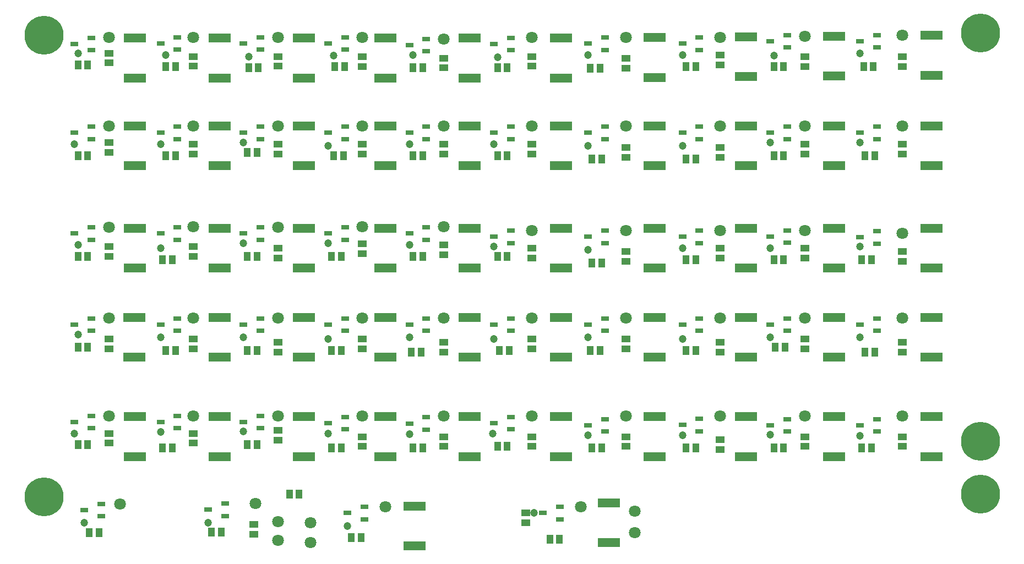
<source format=gbr>
%FSTAX25Y25*%
%MOMM*%
%SFA1B1*%

%IPPOS*%
%ADD10R,1.099998X1.399997*%
%ADD11R,1.399997X1.099998*%
%ADD12R,3.499993X1.399997*%
%ADD13R,1.199998X0.649999*%
%ADD15C,1.799996*%
%ADD16C,5.999988*%
%ADD17C,1.199998*%
%LNldo_test_soldermask_top-1*%
%LPD*%
G54D10*
X7274999Y5289397D03*
X7424999D03*
X11280599Y4599998D03*
X11430599D03*
X4349998Y4694996D03*
X4199999D03*
X8374999Y4619998D03*
X8224997D03*
X6229997Y4703998D03*
X6079998D03*
X16224999Y5999998D03*
X16074999D03*
X12074999D03*
X11924997D03*
X13524999D03*
X13374999D03*
X14874999D03*
X14724999D03*
X10624997Y6024999D03*
X10474998D03*
X9324997Y5999998D03*
X9174998D03*
X8074997D03*
X7924998D03*
X6774997Y6054999D03*
X6624998D03*
X5474997Y5999998D03*
X5324998D03*
X4174998Y6049998D03*
X4024998D03*
X16274999Y7474999D03*
X16124999D03*
X14899998Y7549997D03*
X14749998D03*
X13524999Y7499997D03*
X13374999D03*
X12049998D03*
X11899999D03*
X10654997D03*
X10504998D03*
X9299999Y7474999D03*
X9149999D03*
X8074997Y7499997D03*
X7924998D03*
X6774997D03*
X6624998D03*
X5524997D03*
X5374998D03*
X4174998Y7549997D03*
X4024998D03*
X16224999Y8899999D03*
X16074999D03*
X13524999D03*
X13374999D03*
X14874999D03*
X14724999D03*
X8074997Y8949999D03*
X7924998D03*
X9324997D03*
X9174998D03*
X10624997D03*
X10474998D03*
X12074999Y8849997D03*
X11924997D03*
X6779999Y8949999D03*
X6629999D03*
X5474997Y8899999D03*
X5324998D03*
X4174998Y8949999D03*
X4024998D03*
X16274999Y10499999D03*
X16124999D03*
X14874999D03*
X14724999D03*
X13524999Y10449999D03*
X13374999D03*
X12074999D03*
X11924997D03*
X10624997Y10499999D03*
X10474998D03*
X9324997D03*
X9174998D03*
X8104997D03*
X7954998D03*
X6779999Y10549999D03*
X6629999D03*
X5524997Y10499999D03*
X5374998D03*
X4174998D03*
X4024998D03*
X16257198Y11869999D03*
X16107199D03*
X14874999D03*
X14724999D03*
X9324997Y11849999D03*
X9174998D03*
X13524999Y11872498D03*
X13374999D03*
X12049998Y11847499D03*
X11899999D03*
X10624997Y11849999D03*
X10474998D03*
X7974998Y11872498D03*
X8124997D03*
X6649999Y11849999D03*
X6799999D03*
X5374998Y11872498D03*
X5524997D03*
X4024998Y11898299D03*
X4174998D03*
G54D11*
X10906498Y4849997D03*
Y4999997D03*
X6729999Y4674999D03*
Y4824999D03*
X16699999Y6024999D03*
Y6174999D03*
X12449997Y6024999D03*
Y6174999D03*
X13899997Y5974999D03*
Y6124999D03*
X15199997Y6024999D03*
Y6174999D03*
X10999998Y6024999D03*
Y6174999D03*
X9649998Y6024999D03*
Y6174999D03*
X8399998Y6024999D03*
Y6174999D03*
X7099998Y6119898D03*
Y6269898D03*
X5799998Y6074999D03*
Y6224998D03*
X4499998Y6074999D03*
Y6224998D03*
X16699997Y7474999D03*
Y7624998D03*
X15199997Y7524998D03*
Y7674998D03*
X13899997Y7474999D03*
Y7624998D03*
X12449997Y7524998D03*
Y7674998D03*
X10999998Y7524998D03*
Y7674998D03*
X9649998Y7474999D03*
Y7624998D03*
X8399998Y7524998D03*
Y7674998D03*
X7099998Y7474999D03*
Y7624998D03*
X5799998Y7524998D03*
Y7674998D03*
X4499998Y7524998D03*
Y7674998D03*
X16699999Y8874998D03*
Y9024998D03*
X13899997Y8924998D03*
Y9074998D03*
X15199997Y8924998D03*
Y9074998D03*
X8399998Y8992499D03*
Y9142498D03*
X9649998Y8974998D03*
Y9124998D03*
X10999998Y8924998D03*
Y9074998D03*
X12449997Y8874998D03*
Y9024998D03*
X7099998Y8924998D03*
Y9074998D03*
X4499998Y8949999D03*
Y9099999D03*
X5799998Y8949999D03*
Y9099999D03*
X16699999Y10524998D03*
Y10674997D03*
X15199997Y10524998D03*
Y10674997D03*
X13899997Y10474998D03*
Y10624997D03*
X12449997Y10474998D03*
Y10624997D03*
X10999998Y10524998D03*
Y10674997D03*
X9649998Y10524998D03*
Y10674997D03*
X8399998Y10524998D03*
Y10674997D03*
X7099998Y10524998D03*
Y10674997D03*
X5799998Y10524998D03*
Y10674997D03*
X4499998Y10549999D03*
Y10699998D03*
X16699999Y11869999D03*
Y12019998D03*
X15199997Y11869999D03*
Y12019998D03*
X13899997Y11897499D03*
Y12047499D03*
X12449997Y11847499D03*
Y11997499D03*
X10999998Y11874997D03*
Y12024997D03*
X9649998Y11849999D03*
Y11999998D03*
X7099998Y12024997D03*
Y11874997D03*
X8399998Y12022498D03*
Y11872498D03*
X5799998Y12024997D03*
Y11874997D03*
X4499998Y12074999D03*
Y11924997D03*
G54D12*
X12184999Y4542497D03*
Y5157497D03*
X10049997Y9382498D03*
Y8767498D03*
X14299999Y10957499D03*
Y10342499D03*
X6199997Y10957499D03*
Y10342499D03*
X4899997Y10957499D03*
Y10342499D03*
X17149998Y12352497D03*
Y11737497D03*
X15655599Y12339398D03*
Y11724398D03*
X14299999Y12329998D03*
Y11714998D03*
X12893499Y12316899D03*
Y11701899D03*
X11449999Y12307498D03*
Y11692498D03*
X10049997Y12307498D03*
Y11692498D03*
X8749997Y12307498D03*
Y11692498D03*
X7499997Y12307498D03*
Y11692498D03*
X6199997Y12307498D03*
Y11692498D03*
X4899997Y12307498D03*
Y11692498D03*
X6199997Y8767498D03*
Y9382498D03*
X4899997Y8767498D03*
Y9382498D03*
X12893499Y8767498D03*
Y9382498D03*
X11449999Y8767498D03*
Y9382498D03*
X8749997Y8767498D03*
Y9382498D03*
X7499997Y8767498D03*
Y9382498D03*
X15655599Y8767498D03*
Y9382498D03*
X14299999Y8767498D03*
Y9382498D03*
X8749997Y7397498D03*
Y8012498D03*
X7499997Y7397498D03*
Y8012498D03*
X6199997Y7397498D03*
Y8012498D03*
X4887498Y7397498D03*
Y8012498D03*
X17149998Y8767498D03*
Y9382498D03*
X11449999Y7397498D03*
Y8012498D03*
X10049997Y7397498D03*
Y8012498D03*
X4899997Y5867499D03*
Y6482499D03*
X17149998Y7397498D03*
Y8012498D03*
X15655599Y7397498D03*
Y8012498D03*
X14299999Y7397498D03*
Y8012498D03*
X12893499Y7397498D03*
Y8012498D03*
X7499997Y5867499D03*
Y6482499D03*
X6199997Y5867499D03*
Y6482499D03*
X14299999Y5867499D03*
Y6482499D03*
X12893499Y5867499D03*
Y6482499D03*
X11449999Y5867499D03*
Y6482499D03*
X10049997Y5867499D03*
Y6482499D03*
X8749997Y5867499D03*
Y6482499D03*
X17149998Y5867499D03*
Y6482499D03*
X15655599Y5867499D03*
Y6482499D03*
X9199999Y4492498D03*
Y5107498D03*
X8749997Y10342499D03*
Y10957499D03*
X7499997Y10342499D03*
Y10957499D03*
X11449999Y10342499D03*
Y10957499D03*
X10049997Y10342499D03*
Y10957499D03*
X12893499Y10342499D03*
Y10957499D03*
X17149998Y10342499D03*
Y10957499D03*
X15655599Y10342499D03*
Y10957499D03*
G54D13*
X11869999Y10849998D03*
X12129998Y10944999D03*
Y10754997D03*
X5294998Y10849998D03*
X5554997Y10944999D03*
Y10754997D03*
X16052198Y12260498D03*
X16312197Y12355499D03*
Y12165497D03*
X14669998Y12260498D03*
X14929998Y12355499D03*
Y12165497D03*
X10419999Y12214999D03*
X10679998Y12309998D03*
Y12119998D03*
X9119999Y12199998D03*
X9379999Y12294999D03*
Y12104999D03*
X7869999Y12224999D03*
X8129998Y12319998D03*
Y12129998D03*
X5294998Y12224999D03*
X5554997Y12319998D03*
Y12129998D03*
X3969999Y12214999D03*
X4229999Y12309998D03*
Y12119998D03*
X4379998Y4949997D03*
Y5139997D03*
X4119999Y5044998D03*
X6829999Y12129998D03*
Y12319998D03*
X6569999Y12224999D03*
X5554997Y9204998D03*
Y9394997D03*
X5294998Y9299999D03*
X4229999Y9204998D03*
Y9394997D03*
X3969999Y9299999D03*
X12129998Y9154998D03*
Y9344997D03*
X11869999Y9249999D03*
X10679998Y9154998D03*
Y9344997D03*
X10419999Y9249999D03*
X9379999Y9204998D03*
Y9394997D03*
X9119999Y9299999D03*
X8129998Y9204998D03*
Y9394997D03*
X7869999Y9299999D03*
X6829999Y9204998D03*
Y9394997D03*
X6569999Y9299999D03*
X14929998Y9159999D03*
Y9349999D03*
X14669998Y9254998D03*
X13579998Y9154998D03*
Y9344997D03*
X13319998Y9249999D03*
X8129998Y7804998D03*
Y7994997D03*
X7869999Y7899999D03*
X6829999Y7804998D03*
Y7994997D03*
X6569999Y7899999D03*
X5554997Y7804998D03*
Y7994997D03*
X5294998Y7899999D03*
X4229999Y7804998D03*
Y7994997D03*
X3969999Y7899999D03*
X16312197Y9147497D03*
Y9337499D03*
X16052198Y9242498D03*
X10679998Y7804998D03*
Y7994997D03*
X10419999Y7899999D03*
X9379999Y7804998D03*
Y7994997D03*
X9119999Y7899999D03*
X4229999Y6304998D03*
Y6494998D03*
X3969999Y6399999D03*
X16312197Y7804998D03*
Y7994997D03*
X16052198Y7899999D03*
X14929998Y7804998D03*
Y7994997D03*
X14669998Y7899999D03*
X13579998Y7804998D03*
Y7994997D03*
X13319998Y7899999D03*
X12129998Y7804998D03*
Y7994997D03*
X11869999Y7899999D03*
X6829999Y6304998D03*
Y6494998D03*
X6569999Y6399999D03*
X5554997Y6304998D03*
Y6494998D03*
X5294998Y6399999D03*
X13579998Y6259997D03*
Y6449999D03*
X13319998Y6354998D03*
X12129998Y6254998D03*
Y6444998D03*
X11869999Y635D03*
X10679998Y6288699D03*
Y6478699D03*
X10419999Y6383698D03*
X9379999Y6282397D03*
Y6472397D03*
X9119999Y6377398D03*
X8129998Y6288699D03*
Y6478699D03*
X7869999Y6383698D03*
X16312197Y6254998D03*
Y6444998D03*
X16052198Y635D03*
X14929998Y6254998D03*
Y6444998D03*
X14669998Y635D03*
X6284998Y4954998D03*
Y5144998D03*
X6024999Y5049997D03*
X8429998Y4904999D03*
Y5094998D03*
X8169998Y4999997D03*
X13579998Y12127499D03*
Y12317498D03*
X13319998Y12222497D03*
X12129998Y12127499D03*
Y12317498D03*
X11869999Y12222497D03*
X11435598Y4904999D03*
Y5094998D03*
X11175598Y4999997D03*
X4229999Y10754997D03*
Y10944999D03*
X3969999Y10849998D03*
X8129998Y10754997D03*
Y10944999D03*
X7869999Y10849998D03*
X6829999Y10754997D03*
Y10944999D03*
X6569999Y10849998D03*
X10679998Y10754997D03*
Y10944999D03*
X10419999Y10849998D03*
X9379999Y10754997D03*
Y10944999D03*
X9119999Y10849998D03*
X13579998Y10754997D03*
Y10944999D03*
X13319998Y10849998D03*
X16312197Y10754997D03*
Y10944999D03*
X16052198Y10849998D03*
X14929998Y10754997D03*
Y10944999D03*
X14669998Y10849998D03*
G54D15*
X7099998Y4582497D03*
Y4870881D03*
X7599997Y4549998D03*
Y4849997D03*
X11755597Y5099999D03*
X4669998Y5139997D03*
X12584998Y4699998D03*
Y5024998D03*
X8749997Y5099999D03*
X6754997Y5144998D03*
X12449997Y6494998D03*
X13899997D03*
X15199997D03*
X16699999D03*
X9649998D03*
X8399998D03*
X7099998D03*
X5799998D03*
X4499998D03*
X16699999Y7999999D03*
X15199997D03*
X13899997D03*
X12449997D03*
X13899997Y9349999D03*
X10999998Y7999999D03*
X9649998D03*
X8399998D03*
X7099998D03*
X5799998D03*
X4499998D03*
X16699999Y9299999D03*
X15199997Y9344997D03*
X12449997D03*
X10999998D03*
X9649998Y9407499D03*
X8399998D03*
X7099998Y9393199D03*
X4499998Y9394997D03*
X5799998Y9407499D03*
X16699999Y10957499D03*
X15199997D03*
X13899997D03*
X12449997D03*
X10999998D03*
X9649998D03*
X8399998D03*
X7099998D03*
X5799998D03*
X4499998D03*
X16699999Y12355499D03*
X15199997Y12339398D03*
X13899997Y12316899D03*
X12449997Y12317498D03*
X9649998Y12294999D03*
X10999998Y12322497D03*
X8399998D03*
X7099998D03*
X5799998Y12319998D03*
X4499998Y12322497D03*
X10999998Y6494998D03*
G54D16*
X17899999Y6106203D03*
X3499998Y5249999D03*
X17899999Y5289397D03*
Y12389398D03*
X3499998Y12349998D03*
G54D17*
X6024999Y4849997D03*
X8169998Y4799998D03*
X11041049Y4999997D03*
X4119999Y4849997D03*
X14669998Y7699999D03*
X13319998Y7674998D03*
X11869999Y7699999D03*
X10419999Y7674998D03*
X9119999Y7699999D03*
X7869999Y7674998D03*
X6569999Y7699999D03*
X5299999D03*
X4024998Y7749999D03*
Y9124998D03*
X5299999Y9074998D03*
X6569999Y9149999D03*
X7869999D03*
X9119999Y9124998D03*
X10419999Y9099999D03*
X7869999Y10649999D03*
X6569999Y10699998D03*
X5299999Y10674997D03*
X3969999D03*
X4024998Y12074999D03*
X5374998Y12049998D03*
X6649999Y12024997D03*
X7954998Y12037748D03*
X10419999Y10674997D03*
X9119999D03*
X9174998Y12049998D03*
X10474998Y12016249D03*
X13319998Y12049998D03*
X11869999D03*
X14724999Y12037748D03*
X16049998Y12074999D03*
X11869999Y10649999D03*
X13319998D03*
X14669998Y10699998D03*
X16049998D03*
X11869999Y9049999D03*
X13319998Y9074998D03*
X14669998D03*
X16052198Y9099999D03*
X16049998Y7699999D03*
X16052198Y6186398D03*
X14669998Y6202499D03*
X13319998Y6199997D03*
X11869999D03*
X10399999Y6219347D03*
X9119999Y6216197D03*
X7869999Y6219347D03*
X6569999Y6254998D03*
X5294998Y6249997D03*
X3969999Y6224998D03*
M02*
</source>
